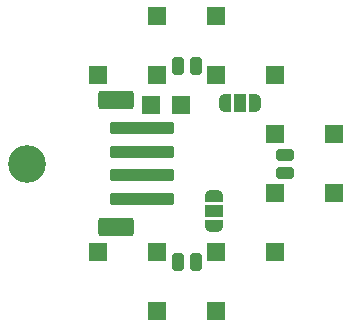
<source format=gbr>
%TF.GenerationSoftware,KiCad,Pcbnew,7.0.5-4d25ed1034~172~ubuntu22.04.1*%
%TF.CreationDate,2023-06-17T19:19:04+02:00*%
%TF.ProjectId,donttouchit,646f6e74-746f-4756-9368-69742e6b6963,rev?*%
%TF.SameCoordinates,Original*%
%TF.FileFunction,Soldermask,Bot*%
%TF.FilePolarity,Negative*%
%FSLAX46Y46*%
G04 Gerber Fmt 4.6, Leading zero omitted, Abs format (unit mm)*
G04 Created by KiCad (PCBNEW 7.0.5-4d25ed1034~172~ubuntu22.04.1) date 2023-06-17 19:19:04*
%MOMM*%
%LPD*%
G01*
G04 APERTURE LIST*
G04 Aperture macros list*
%AMRoundRect*
0 Rectangle with rounded corners*
0 $1 Rounding radius*
0 $2 $3 $4 $5 $6 $7 $8 $9 X,Y pos of 4 corners*
0 Add a 4 corners polygon primitive as box body*
4,1,4,$2,$3,$4,$5,$6,$7,$8,$9,$2,$3,0*
0 Add four circle primitives for the rounded corners*
1,1,$1+$1,$2,$3*
1,1,$1+$1,$4,$5*
1,1,$1+$1,$6,$7*
1,1,$1+$1,$8,$9*
0 Add four rect primitives between the rounded corners*
20,1,$1+$1,$2,$3,$4,$5,0*
20,1,$1+$1,$4,$5,$6,$7,0*
20,1,$1+$1,$6,$7,$8,$9,0*
20,1,$1+$1,$8,$9,$2,$3,0*%
%AMFreePoly0*
4,1,19,0.550000,-0.750000,0.000000,-0.750000,0.000000,-0.744911,-0.071157,-0.744911,-0.207708,-0.704816,-0.327430,-0.627875,-0.420627,-0.520320,-0.479746,-0.390866,-0.500000,-0.250000,-0.500000,0.250000,-0.479746,0.390866,-0.420627,0.520320,-0.327430,0.627875,-0.207708,0.704816,-0.071157,0.744911,0.000000,0.744911,0.000000,0.750000,0.550000,0.750000,0.550000,-0.750000,0.550000,-0.750000,
$1*%
%AMFreePoly1*
4,1,19,0.000000,0.744911,0.071157,0.744911,0.207708,0.704816,0.327430,0.627875,0.420627,0.520320,0.479746,0.390866,0.500000,0.250000,0.500000,-0.250000,0.479746,-0.390866,0.420627,-0.520320,0.327430,-0.627875,0.207708,-0.704816,0.071157,-0.744911,0.000000,-0.744911,0.000000,-0.750000,-0.550000,-0.750000,-0.550000,0.750000,0.000000,0.750000,0.000000,0.744911,0.000000,0.744911,
$1*%
G04 Aperture macros list end*
%ADD10R,1.500000X1.500000*%
%ADD11C,3.200000*%
%ADD12RoundRect,0.250000X0.250000X0.500000X-0.250000X0.500000X-0.250000X-0.500000X0.250000X-0.500000X0*%
%ADD13FreePoly0,90.000000*%
%ADD14R,1.500000X1.000000*%
%ADD15FreePoly1,90.000000*%
%ADD16FreePoly0,180.000000*%
%ADD17R,1.000000X1.500000*%
%ADD18FreePoly1,180.000000*%
%ADD19RoundRect,0.250000X-2.500000X0.250000X-2.500000X-0.250000X2.500000X-0.250000X2.500000X0.250000X0*%
%ADD20RoundRect,0.250000X-1.250000X0.550000X-1.250000X-0.550000X1.250000X-0.550000X1.250000X0.550000X0*%
%ADD21RoundRect,0.250000X0.500000X-0.250000X0.500000X0.250000X-0.500000X0.250000X-0.500000X-0.250000X0*%
%ADD22RoundRect,0.250000X-0.250000X-0.500000X0.250000X-0.500000X0.250000X0.500000X-0.250000X0.500000X0*%
G04 APERTURE END LIST*
D10*
%TO.C,TP3*%
X156000000Y-85000000D03*
%TD*%
%TO.C,TP5*%
X146000000Y-70000000D03*
%TD*%
%TO.C,TP9*%
X141000000Y-90000000D03*
%TD*%
%TO.C,TP17*%
X136000000Y-90000000D03*
%TD*%
%TO.C,TP4*%
X156000000Y-80000000D03*
%TD*%
%TO.C,TP8*%
X141000000Y-70000000D03*
%TD*%
%TO.C,TP1*%
X141000000Y-95000000D03*
%TD*%
%TO.C,TP10*%
X146000000Y-90000000D03*
%TD*%
%TO.C,TP14*%
X140500000Y-77500000D03*
%TD*%
%TO.C,TP13*%
X143000000Y-77500000D03*
%TD*%
%TO.C,TP19*%
X151000000Y-90000000D03*
%TD*%
%TO.C,TP11*%
X151000000Y-85000000D03*
%TD*%
%TO.C,TP7*%
X146000000Y-75000000D03*
%TD*%
%TO.C,TP12*%
X151000000Y-80000000D03*
%TD*%
%TO.C,TP2*%
X146000000Y-95000000D03*
%TD*%
D11*
%TO.C,H1*%
X130000000Y-82500000D03*
%TD*%
D10*
%TO.C,TP16*%
X136000000Y-75000000D03*
%TD*%
%TO.C,TP18*%
X151000000Y-75000000D03*
%TD*%
%TO.C,TP6*%
X141000000Y-75000000D03*
%TD*%
D12*
%TO.C,J6*%
X144262000Y-74200000D03*
X142738000Y-74200000D03*
%TD*%
D13*
%TO.C,JP1*%
X145842500Y-87800000D03*
D14*
X145842500Y-86500000D03*
D15*
X145842500Y-85200000D03*
%TD*%
D16*
%TO.C,JP2*%
X149300000Y-77357500D03*
D17*
X148000000Y-77357500D03*
D18*
X146700000Y-77357500D03*
%TD*%
D19*
%TO.C,J10*%
X139750000Y-79500000D03*
X139750000Y-81500000D03*
X139750000Y-83500000D03*
X139750000Y-85500000D03*
D20*
X137500000Y-77100000D03*
X137500000Y-87900000D03*
%TD*%
D21*
%TO.C,J5*%
X151800000Y-83262000D03*
X151800000Y-81738000D03*
%TD*%
D22*
%TO.C,J4*%
X142738000Y-90800000D03*
X144262000Y-90800000D03*
%TD*%
M02*

</source>
